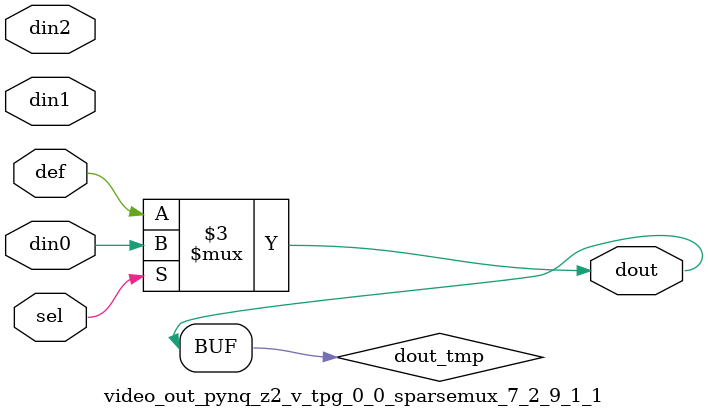
<source format=v>
`timescale 1ns / 1ps

module video_out_pynq_z2_v_tpg_0_0_sparsemux_7_2_9_1_1 (din0,din1,din2,def,sel,dout);

parameter din0_WIDTH = 1;

parameter din1_WIDTH = 1;

parameter din2_WIDTH = 1;

parameter def_WIDTH = 1;
parameter sel_WIDTH = 1;
parameter dout_WIDTH = 1;

parameter [sel_WIDTH-1:0] CASE0 = 1;

parameter [sel_WIDTH-1:0] CASE1 = 1;

parameter [sel_WIDTH-1:0] CASE2 = 1;

parameter ID = 1;
parameter NUM_STAGE = 1;



input [din0_WIDTH-1:0] din0;

input [din1_WIDTH-1:0] din1;

input [din2_WIDTH-1:0] din2;

input [def_WIDTH-1:0] def;
input [sel_WIDTH-1:0] sel;

output [dout_WIDTH-1:0] dout;



reg [dout_WIDTH-1:0] dout_tmp;


always @ (*) begin
(* parallel_case *) case (sel)
    
    CASE0 : dout_tmp = din0;
    
    CASE1 : dout_tmp = din1;
    
    CASE2 : dout_tmp = din2;
    
    default : dout_tmp = def;
endcase
end


assign dout = dout_tmp;



endmodule

</source>
